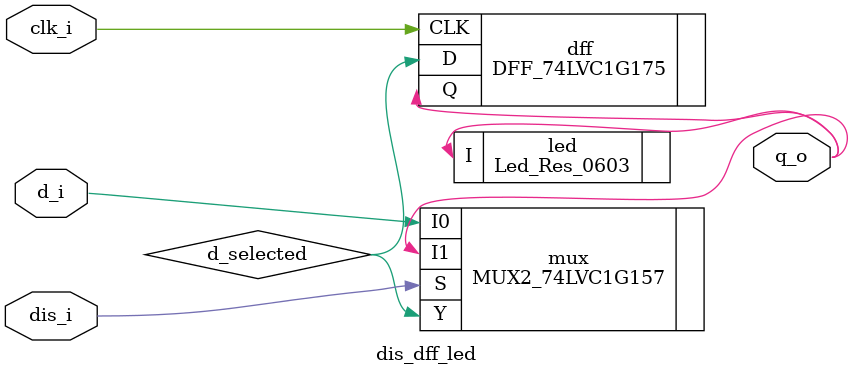
<source format=v>

module dis_dff_led (
  input  dis_i,
  input  clk_i,
  input  d_i,
  output q_o
);
  wire d_selected;

  MUX2_74LVC1G157 mux (
    .I0 ( d_i        ),
    .I1 ( q_o        ),
    .S  ( dis_i      ),
    .Y  ( d_selected )
  );

  DFF_74LVC1G175 dff (
    .CLK ( clk_i      ),
    .D   ( d_selected ),
    .Q   ( q_o        )
  );

  Led_Res_0603 led (
    .I   ( q_o )
  );
endmodule

</source>
